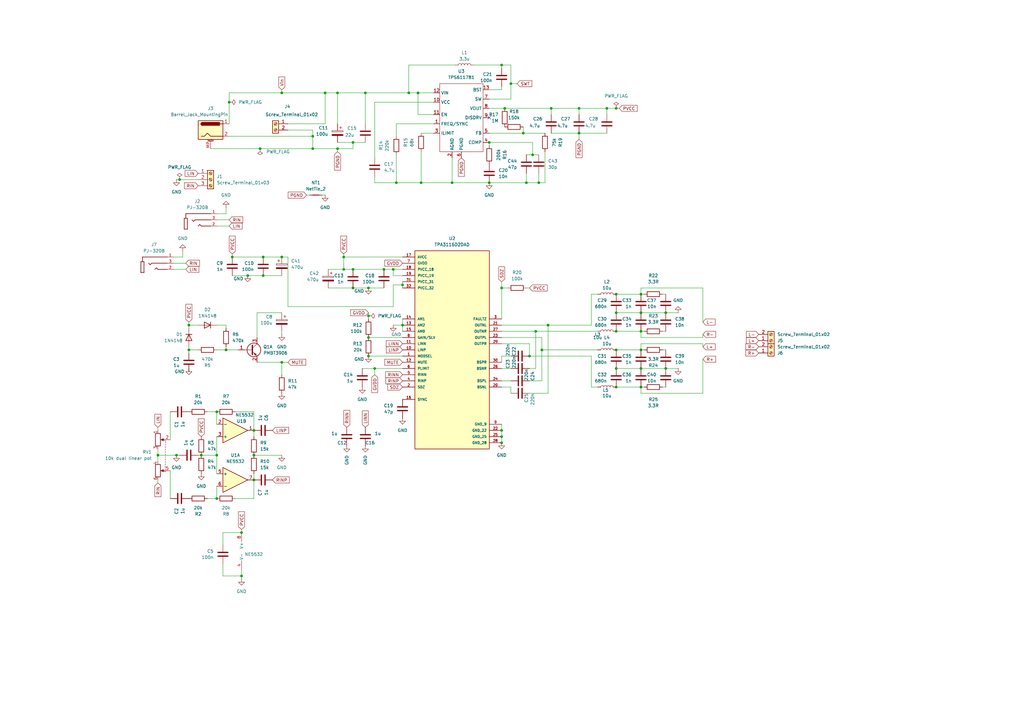
<source format=kicad_sch>
(kicad_sch (version 20250114) (generator "eeschema") (generator_version "9.0")
  (paper "A3")
  (junction (at 224.79 133.35))
  (junction (at 115.57 148.59))
  (junction (at 217.17 146.05))
  (junction (at 205.74 26.67))
  (junction (at 128.27 60.96))
  (junction (at 151.13 129.54))
  (junction (at 222.25 143.51))
  (junction (at 273.05 128.27))
  (junction (at 157.48 110.49))
  (junction (at 214.63 54.61))
  (junction (at 151.13 118.11))
  (junction (at 252.73 135.89))
  (junction (at 220.98 74.93))
  (junction (at 237.49 54.61))
  (junction (at 104.14 196.85))
  (junction (at 165.1 133.35))
  (junction (at 262.89 128.27))
  (junction (at 205.74 118.11))
  (junction (at 144.78 118.11))
  (junction (at 262.89 151.13))
  (junction (at 104.14 176.53))
  (junction (at 226.06 44.45))
  (junction (at 92.71 143.51))
  (junction (at 99.06 218.44))
  (junction (at 200.66 58.42))
  (junction (at 138.43 38.1))
  (junction (at 205.74 181.61))
  (junction (at 218.44 63.5))
  (junction (at 107.95 113.03))
  (junction (at 82.55 186.69))
  (junction (at 104.14 186.69))
  (junction (at 140.97 105.41))
  (junction (at 88.9 186.69))
  (junction (at 262.89 135.89))
  (junction (at 161.29 110.49))
  (junction (at 252.73 158.75))
  (junction (at 77.47 133.35))
  (junction (at 185.42 74.93))
  (junction (at 115.57 38.1))
  (junction (at 140.97 110.49))
  (junction (at 248.92 44.45))
  (junction (at 252.73 44.45))
  (junction (at 215.9 74.93))
  (junction (at 128.27 55.88))
  (junction (at 77.47 143.51))
  (junction (at 138.43 60.96))
  (junction (at 88.9 204.47))
  (junction (at 88.9 168.91))
  (junction (at 64.77 186.69))
  (junction (at 205.74 176.53))
  (junction (at 252.73 120.65))
  (junction (at 200.66 74.93))
  (junction (at 262.89 158.75))
  (junction (at 165.1 116.84))
  (junction (at 149.86 38.1))
  (junction (at 237.49 44.45))
  (junction (at 252.73 151.13))
  (junction (at 73.66 73.66))
  (junction (at 219.71 135.89))
  (junction (at 252.73 143.51))
  (junction (at 133.35 38.1))
  (junction (at 93.98 41.91))
  (junction (at 99.06 236.22))
  (junction (at 107.95 105.41))
  (junction (at 151.13 138.43))
  (junction (at 115.57 105.41))
  (junction (at 162.56 74.93))
  (junction (at 101.6 113.03))
  (junction (at 144.78 58.42))
  (junction (at 252.73 128.27))
  (junction (at 209.55 34.29))
  (junction (at 151.13 146.05))
  (junction (at 262.89 143.51))
  (junction (at 95.25 105.41))
  (junction (at 262.89 120.65))
  (junction (at 72.39 186.69))
  (junction (at 207.01 44.45))
  (junction (at 172.72 74.93))
  (junction (at 144.78 110.49))
  (junction (at 106.68 60.96))
  (junction (at 205.74 179.07))
  (junction (at 171.45 38.1))
  (junction (at 273.05 151.13))
  (junction (at 153.67 151.13))
  (junction (at 167.64 38.1))
  (no_connect (at 200.66 48.26))
  (wire (pts (xy 205.74 158.75) (xy 209.55 158.75)))
  (wire (pts (xy 88.9 90.17) (xy 93.98 90.17)))
  (wire (pts (xy 140.97 110.49) (xy 144.78 110.49)))
  (wire (pts (xy 167.64 26.67) (xy 186.69 26.67)))
  (wire (pts (xy 218.44 63.5) (xy 218.44 58.42)))
  (wire (pts (xy 106.68 60.96) (xy 128.27 60.96)))
  (wire (pts (xy 133.35 38.1) (xy 138.43 38.1)))
  (wire (pts (xy 71.12 110.49) (xy 76.2 110.49)))
  (wire (pts (xy 93.98 55.88) (xy 128.27 55.88)))
  (wire (pts (xy 172.72 74.93) (xy 185.42 74.93)))
  (wire (pts (xy 288.29 132.08) (xy 288.29 118.11)))
  (wire (pts (xy 288.29 137.16) (xy 288.29 138.43)))
  (wire (pts (xy 115.57 38.1) (xy 133.35 38.1)))
  (wire (pts (xy 153.67 151.13) (xy 165.1 151.13)))
  (wire (pts (xy 205.74 135.89) (xy 219.71 135.89)))
  (wire (pts (xy 148.59 151.13) (xy 153.67 151.13)))
  (wire (pts (xy 64.77 198.12) (xy 64.77 196.85)))
  (wire (pts (xy 205.74 151.13) (xy 209.55 151.13)))
  (wire (pts (xy 217.17 118.11) (xy 215.9 118.11)))
  (wire (pts (xy 177.8 50.8) (xy 162.56 50.8)))
  (wire (pts (xy 209.55 40.64) (xy 200.66 40.64)))
  (wire (pts (xy 205.74 148.59) (xy 205.74 146.05)))
  (wire (pts (xy 73.66 73.66) (xy 81.28 73.66)))
  (wire (pts (xy 115.57 148.59) (xy 115.57 153.67)))
  (wire (pts (xy 71.12 107.95) (xy 76.2 107.95)))
  (wire (pts (xy 200.66 74.93) (xy 215.9 74.93)))
  (wire (pts (xy 288.29 147.32) (xy 288.29 161.29)))
  (wire (pts (xy 64.77 186.69) (xy 72.39 186.69)))
  (wire (pts (xy 93.98 38.1) (xy 115.57 38.1)))
  (wire (pts (xy 264.16 143.51) (xy 262.89 143.51)))
  (wire (pts (xy 132.08 80.01) (xy 133.35 80.01)))
  (wire (pts (xy 252.73 158.75) (xy 262.89 158.75)))
  (wire (pts (xy 128.27 55.88) (xy 128.27 60.96)))
  (wire (pts (xy 115.57 36.83) (xy 115.57 38.1)))
  (wire (pts (xy 205.74 118.11) (xy 205.74 130.81)))
  (wire (pts (xy 140.97 105.41) (xy 140.97 110.49)))
  (wire (pts (xy 71.12 105.41) (xy 74.93 105.41)))
  (wire (pts (xy 220.98 71.12) (xy 220.98 74.93)))
  (wire (pts (xy 252.73 151.13) (xy 262.89 151.13)))
  (wire (pts (xy 107.95 105.41) (xy 115.57 105.41)))
  (wire (pts (xy 205.74 26.67) (xy 205.74 27.94)))
  (wire (pts (xy 151.13 129.54) (xy 151.13 130.81)))
  (wire (pts (xy 77.47 133.35) (xy 81.28 133.35)))
  (wire (pts (xy 77.47 143.51) (xy 81.28 143.51)))
  (wire (pts (xy 217.17 140.97) (xy 217.17 146.05)))
  (wire (pts (xy 95.25 105.41) (xy 107.95 105.41)))
  (wire (pts (xy 85.09 204.47) (xy 88.9 204.47)))
  (wire (pts (xy 248.92 44.45) (xy 248.92 46.99)))
  (wire (pts (xy 151.13 146.05) (xy 165.1 146.05)))
  (wire (pts (xy 172.72 54.61) (xy 177.8 54.61)))
  (wire (pts (xy 194.31 26.67) (xy 205.74 26.67)))
  (wire (pts (xy 153.67 72.39) (xy 153.67 74.93)))
  (wire (pts (xy 177.8 41.91) (xy 153.67 41.91)))
  (wire (pts (xy 81.28 186.69) (xy 82.55 186.69)))
  (wire (pts (xy 104.14 176.53) (xy 104.14 179.07)))
  (wire (pts (xy 242.57 158.75) (xy 245.11 158.75)))
  (wire (pts (xy 273.05 158.75) (xy 271.78 158.75)))
  (wire (pts (xy 153.67 74.93) (xy 162.56 74.93)))
  (wire (pts (xy 149.86 38.1) (xy 149.86 50.8)))
  (wire (pts (xy 151.13 118.11) (xy 157.48 118.11)))
  (wire (pts (xy 96.52 168.91) (xy 104.14 168.91)))
  (wire (pts (xy 252.73 143.51) (xy 262.89 143.51)))
  (wire (pts (xy 223.52 62.23) (xy 223.52 74.93)))
  (wire (pts (xy 161.29 110.49) (xy 165.1 110.49)))
  (wire (pts (xy 88.9 92.71) (xy 93.98 92.71)))
  (wire (pts (xy 262.89 161.29) (xy 262.89 158.75)))
  (wire (pts (xy 93.98 50.8) (xy 93.98 41.91)))
  (wire (pts (xy 215.9 63.5) (xy 218.44 63.5)))
  (wire (pts (xy 205.74 146.05) (xy 209.55 146.05)))
  (wire (pts (xy 165.1 133.35) (xy 165.1 135.89)))
  (wire (pts (xy 95.25 104.14) (xy 95.25 105.41)))
  (wire (pts (xy 64.77 175.26) (xy 64.77 176.53)))
  (wire (pts (xy 222.25 138.43) (xy 222.25 143.51)))
  (wire (pts (xy 138.43 38.1) (xy 149.86 38.1)))
  (wire (pts (xy 99.06 233.68) (xy 99.06 236.22)))
  (wire (pts (xy 273.05 151.13) (xy 278.13 151.13)))
  (wire (pts (xy 223.52 54.61) (xy 214.63 54.61)))
  (wire (pts (xy 226.06 44.45) (xy 226.06 46.99)))
  (wire (pts (xy 88.9 168.91) (xy 88.9 173.99)))
  (wire (pts (xy 200.66 58.42) (xy 200.66 59.69)))
  (wire (pts (xy 217.17 151.13) (xy 219.71 151.13)))
  (wire (pts (xy 161.29 110.49) (xy 161.29 113.03)))
  (wire (pts (xy 104.14 168.91) (xy 104.14 176.53)))
  (wire (pts (xy 262.89 128.27) (xy 273.05 128.27)))
  (wire (pts (xy 138.43 58.42) (xy 144.78 58.42)))
  (wire (pts (xy 226.06 54.61) (xy 237.49 54.61)))
  (wire (pts (xy 69.85 168.91) (xy 69.85 180.34)))
  (wire (pts (xy 223.52 74.93) (xy 220.98 74.93)))
  (wire (pts (xy 205.74 173.99) (xy 205.74 176.53)))
  (wire (pts (xy 252.73 135.89) (xy 262.89 135.89)))
  (wire (pts (xy 157.48 110.49) (xy 161.29 110.49)))
  (wire (pts (xy 92.71 134.62) (xy 92.71 133.35)))
  (wire (pts (xy 88.9 199.39) (xy 88.9 204.47)))
  (wire (pts (xy 92.71 143.51) (xy 97.79 143.51)))
  (wire (pts (xy 161.29 116.84) (xy 165.1 116.84)))
  (wire (pts (xy 96.52 204.47) (xy 104.14 204.47)))
  (wire (pts (xy 91.44 236.22) (xy 99.06 236.22)))
  (wire (pts (xy 72.39 186.69) (xy 73.66 186.69)))
  (wire (pts (xy 205.74 36.83) (xy 205.74 35.56)))
  (wire (pts (xy 144.78 58.42) (xy 144.78 60.96)))
  (wire (pts (xy 273.05 135.89) (xy 271.78 135.89)))
  (wire (pts (xy 82.55 186.69) (xy 88.9 186.69)))
  (wire (pts (xy 77.47 144.78) (xy 77.47 143.51)))
  (wire (pts (xy 205.74 26.67) (xy 209.55 26.67)))
  (wire (pts (xy 151.13 128.27) (xy 151.13 129.54)))
  (wire (pts (xy 207.01 44.45) (xy 226.06 44.45)))
  (wire (pts (xy 144.78 110.49) (xy 157.48 110.49)))
  (wire (pts (xy 115.57 105.41) (xy 118.11 105.41)))
  (wire (pts (xy 205.74 118.11) (xy 208.28 118.11)))
  (wire (pts (xy 264.16 120.65) (xy 262.89 120.65)))
  (wire (pts (xy 214.63 52.07) (xy 214.63 54.61)))
  (wire (pts (xy 118.11 125.73) (xy 161.29 125.73)))
  (wire (pts (xy 185.42 64.77) (xy 185.42 74.93)))
  (wire (pts (xy 165.1 116.84) (xy 165.1 118.11)))
  (wire (pts (xy 101.6 113.03) (xy 107.95 113.03)))
  (wire (pts (xy 200.66 44.45) (xy 207.01 44.45)))
  (wire (pts (xy 91.44 231.14) (xy 91.44 236.22)))
  (wire (pts (xy 248.92 44.45) (xy 252.73 44.45)))
  (wire (pts (xy 140.97 105.41) (xy 165.1 105.41)))
  (wire (pts (xy 115.57 186.69) (xy 104.14 186.69)))
  (wire (pts (xy 273.05 143.51) (xy 271.78 143.51)))
  (wire (pts (xy 212.09 34.29) (xy 209.55 34.29)))
  (wire (pts (xy 153.67 41.91) (xy 153.67 64.77)))
  (wire (pts (xy 72.39 73.66) (xy 73.66 73.66)))
  (wire (pts (xy 88.9 87.63) (xy 92.71 87.63)))
  (wire (pts (xy 115.57 128.27) (xy 105.41 128.27)))
  (wire (pts (xy 118.11 105.41) (xy 118.11 125.73)))
  (wire (pts (xy 171.45 46.99) (xy 171.45 38.1)))
  (wire (pts (xy 209.55 34.29) (xy 209.55 40.64)))
  (wire (pts (xy 167.64 38.1) (xy 171.45 38.1)))
  (wire (pts (xy 288.29 138.43) (xy 262.89 138.43)))
  (wire (pts (xy 273.05 128.27) (xy 278.13 128.27)))
  (wire (pts (xy 77.47 152.4) (xy 77.47 151.13)))
  (wire (pts (xy 105.41 148.59) (xy 115.57 148.59)))
  (wire (pts (xy 273.05 120.65) (xy 271.78 120.65)))
  (wire (pts (xy 209.55 158.75) (xy 209.55 161.29)))
  (wire (pts (xy 226.06 44.45) (xy 237.49 44.45)))
  (wire (pts (xy 237.49 44.45) (xy 248.92 44.45)))
  (wire (pts (xy 105.41 128.27) (xy 105.41 138.43)))
  (wire (pts (xy 144.78 58.42) (xy 149.86 58.42)))
  (wire (pts (xy 205.74 138.43) (xy 222.25 138.43)))
  (wire (pts (xy 167.64 38.1) (xy 167.64 26.67)))
  (wire (pts (xy 200.66 36.83) (xy 205.74 36.83)))
  (wire (pts (xy 288.29 142.24) (xy 288.29 140.97)))
  (wire (pts (xy 242.57 146.05) (xy 242.57 158.75)))
  (wire (pts (xy 88.9 179.07) (xy 88.9 186.69)))
  (wire (pts (xy 162.56 63.5) (xy 162.56 74.93)))
  (wire (pts (xy 215.9 71.12) (xy 215.9 74.93)))
  (wire (pts (xy 118.11 50.8) (xy 133.35 50.8)))
  (wire (pts (xy 128.27 60.96) (xy 138.43 60.96)))
  (wire (pts (xy 118.11 53.34) (xy 128.27 53.34)))
  (wire (pts (xy 264.16 135.89) (xy 262.89 135.89)))
  (wire (pts (xy 64.77 184.15) (xy 64.77 186.69)))
  (wire (pts (xy 218.44 58.42) (xy 200.66 58.42)))
  (wire (pts (xy 77.47 142.24) (xy 77.47 143.51)))
  (wire (pts (xy 134.62 110.49) (xy 140.97 110.49)))
  (wire (pts (xy 138.43 38.1) (xy 138.43 50.8)))
  (wire (pts (xy 172.72 62.23) (xy 172.72 74.93)))
  (wire (pts (xy 69.85 204.47) (xy 69.85 193.04)))
  (wire (pts (xy 149.86 38.1) (xy 167.64 38.1)))
  (wire (pts (xy 144.78 118.11) (xy 151.13 118.11)))
  (wire (pts (xy 64.77 186.69) (xy 64.77 189.23)))
  (wire (pts (xy 237.49 54.61) (xy 248.92 54.61)))
  (wire (pts (xy 128.27 53.34) (xy 128.27 55.88)))
  (wire (pts (xy 161.29 133.35) (xy 165.1 133.35)))
  (wire (pts (xy 85.09 168.91) (xy 88.9 168.91)))
  (wire (pts (xy 91.44 223.52) (xy 91.44 218.44)))
  (wire (pts (xy 171.45 38.1) (xy 177.8 38.1)))
  (wire (pts (xy 264.16 158.75) (xy 262.89 158.75)))
  (wire (pts (xy 88.9 186.69) (xy 88.9 194.31)))
  (wire (pts (xy 217.17 156.21) (xy 222.25 156.21)))
  (wire (pts (xy 218.44 63.5) (xy 220.98 63.5)))
  (wire (pts (xy 205.74 133.35) (xy 224.79 133.35)))
  (wire (pts (xy 262.89 140.97) (xy 262.89 143.51)))
  (wire (pts (xy 209.55 26.67) (xy 209.55 34.29)))
  (wire (pts (xy 140.97 104.14) (xy 140.97 105.41)))
  (wire (pts (xy 215.9 74.93) (xy 220.98 74.93)))
  (wire (pts (xy 224.79 133.35) (xy 242.57 133.35)))
  (wire (pts (xy 99.06 236.22) (xy 99.06 237.49)))
  (wire (pts (xy 262.89 138.43) (xy 262.89 135.89)))
  (wire (pts (xy 77.47 132.08) (xy 77.47 133.35)))
  (wire (pts (xy 222.25 143.51) (xy 245.11 143.51)))
  (wire (pts (xy 151.13 138.43) (xy 165.1 138.43)))
  (wire (pts (xy 205.74 140.97) (xy 217.17 140.97)))
  (wire (pts (xy 205.74 115.57) (xy 205.74 118.11)))
  (wire (pts (xy 200.66 54.61) (xy 214.63 54.61)))
  (wire (pts (xy 217.17 146.05) (xy 242.57 146.05)))
  (wire (pts (xy 138.43 60.96) (xy 138.43 62.23)))
  (wire (pts (xy 153.67 153.67) (xy 153.67 151.13)))
  (wire (pts (xy 288.29 118.11) (xy 262.89 118.11)))
  (wire (pts (xy 205.74 179.07) (xy 205.74 181.61)))
  (wire (pts (xy 262.89 118.11) (xy 262.89 120.65)))
  (wire (pts (xy 237.49 44.45) (xy 237.49 46.99)))
  (wire (pts (xy 162.56 74.93) (xy 172.72 74.93)))
  (wire (pts (xy 104.14 194.31) (xy 104.14 196.85)))
  (wire (pts (xy 104.14 196.85) (xy 104.14 204.47)))
  (wire (pts (xy 219.71 135.89) (xy 219.71 151.13)))
  (wire (pts (xy 86.36 60.96) (xy 106.68 60.96)))
  (wire (pts (xy 162.56 50.8) (xy 162.56 55.88)))
  (wire (pts (xy 222.25 143.51) (xy 222.25 156.21)))
  (wire (pts (xy 252.73 128.27) (xy 262.89 128.27)))
  (wire (pts (xy 91.44 218.44) (xy 99.06 218.44)))
  (wire (pts (xy 217.17 161.29) (xy 224.79 161.29)))
  (wire (pts (xy 115.57 135.89) (xy 115.57 137.16)))
  (wire (pts (xy 224.79 133.35) (xy 224.79 161.29)))
  (wire (pts (xy 205.74 156.21) (xy 209.55 156.21)))
  (wire (pts (xy 205.74 176.53) (xy 205.74 179.07)))
  (wire (pts (xy 133.35 38.1) (xy 133.35 50.8)))
  (wire (pts (xy 161.29 125.73) (xy 161.29 116.84)))
  (wire (pts (xy 92.71 142.24) (xy 92.71 143.51)))
  (wire (pts (xy 185.42 74.93) (xy 200.66 74.93)))
  (wire (pts (xy 252.73 120.65) (xy 262.89 120.65)))
  (wire (pts (xy 134.62 118.11) (xy 144.78 118.11)))
  (wire (pts (xy 288.29 140.97) (xy 262.89 140.97)))
  (wire (pts (xy 252.73 44.45) (xy 254 44.45)))
  (wire (pts (xy 92.71 85.09) (xy 92.71 87.63)))
  (wire (pts (xy 77.47 133.35) (xy 77.47 134.62)))
  (wire (pts (xy 115.57 148.59) (xy 118.11 148.59)))
  (wire (pts (xy 93.98 41.91) (xy 93.98 38.1)))
  (wire (pts (xy 288.29 161.29) (xy 262.89 161.29)))
  (wire (pts (xy 177.8 46.99) (xy 171.45 46.99)))
  (wire (pts (xy 161.29 113.03) (xy 165.1 113.03)))
  (wire (pts (xy 165.1 115.57) (xy 165.1 116.84)))
  (wire (pts (xy 262.89 151.13) (xy 273.05 151.13)))
  (wire (pts (xy 165.1 130.81) (xy 165.1 133.35)))
  (wire (pts (xy 99.06 217.17) (xy 99.06 218.44)))
  (wire (pts (xy 242.57 133.35) (xy 242.57 120.65)))
  (wire (pts (xy 88.9 143.51) (xy 92.71 143.51)))
  (wire (pts (xy 219.71 135.89) (xy 245.11 135.89)))
  (wire (pts (xy 95.25 113.03) (xy 101.6 113.03)))
  (wire (pts (xy 242.57 120.65) (xy 245.11 120.65)))
  (wire (pts (xy 107.95 113.03) (xy 115.57 113.03)))
  (wire (pts (xy 125.73 80.01) (xy 127 80.01)))
  (wire (pts (xy 237.49 57.15) (xy 237.49 54.61)))
  (wire (pts (xy 138.43 60.96) (xy 144.78 60.96)))
  (wire (pts (xy 88.9 133.35) (xy 92.71 133.35)))
  (wire (pts (xy 74.93 102.87) (xy 74.93 105.41)))
  (global_label "SDZ" (shape input) (at 165.1 158.75 180) (property "Intersheetrefs" "${INTERSHEET_REFS}" (effects (hide yes))))
  (global_label "PVCC" (shape input) (at 254 44.45 0) (property "Intersheetrefs" "${INTERSHEET_REFS}" (effects (hide yes))))
  (global_label "PVCC" (shape input) (at 95.25 104.14 90) (property "Intersheetrefs" "${INTERSHEET_REFS}" (effects (hide yes))))
  (global_label "RINN" (shape input) (at 165.1 153.67 180) (property "Intersheetrefs" "${INTERSHEET_REFS}" (effects (hide yes))))
  (global_label "LIN" (shape input) (at 81.28 71.12 180) (property "Intersheetrefs" "${INTERSHEET_REFS}" (effects (hide yes))))
  (global_label "SWT" (shape input) (at 212.09 34.29 0) (property "Intersheetrefs" "${INTERSHEET_REFS}" (effects (hide yes))))
  (global_label "GVDD" (shape input) (at 153.67 153.67 270) (property "Intersheetrefs" "${INTERSHEET_REFS}" (effects (hide yes))))
  (global_label "RINP" (shape input) (at 111.76 196.85 0) (property "Intersheetrefs" "${INTERSHEET_REFS}" (effects (hide yes))))
  (global_label "PVCC" (shape input) (at 217.17 118.11 0) (property "Intersheetrefs" "${INTERSHEET_REFS}" (effects (hide yes))))
  (global_label "LINN" (shape input) (at 149.86 175.26 90) (property "Intersheetrefs" "${INTERSHEET_REFS}" (effects (hide yes))))
  (global_label "LINP" (shape input) (at 111.76 176.53 0) (property "Intersheetrefs" "${INTERSHEET_REFS}" (effects (hide yes))))
  (global_label "R+" (shape input) (at 288.29 147.32 0) (property "Intersheetrefs" "${INTERSHEET_REFS}" (effects (hide yes))))
  (global_label "RIN" (shape input) (at 81.28 76.2 180) (property "Intersheetrefs" "${INTERSHEET_REFS}" (effects (hide yes))))
  (global_label "PVCC" (shape input) (at 140.97 104.14 90) (property "Intersheetrefs" "${INTERSHEET_REFS}" (effects (hide yes))))
  (global_label "GVDD" (shape input) (at 151.13 128.27 180) (property "Intersheetrefs" "${INTERSHEET_REFS}" (effects (hide yes))))
  (global_label "RINN" (shape input) (at 142.24 175.26 90) (property "Intersheetrefs" "${INTERSHEET_REFS}" (effects (hide yes))))
  (global_label "LIN" (shape input) (at 64.77 175.26 90) (property "Intersheetrefs" "${INTERSHEET_REFS}" (effects (hide yes))))
  (global_label "RIN" (shape input) (at 64.77 198.12 270) (property "Intersheetrefs" "${INTERSHEET_REFS}" (effects (hide yes))))
  (global_label "L+" (shape input) (at 288.29 142.24 0) (property "Intersheetrefs" "${INTERSHEET_REFS}" (effects (hide yes))))
  (global_label "PGND" (shape input) (at 138.43 62.23 270) (property "Intersheetrefs" "${INTERSHEET_REFS}" (effects (hide yes))))
  (global_label "PGND" (shape input) (at 125.73 80.01 180) (property "Intersheetrefs" "${INTERSHEET_REFS}" (effects (hide yes))))
  (global_label "PGND" (shape input) (at 189.23 64.77 270) (property "Intersheetrefs" "${INTERSHEET_REFS}" (effects (hide yes))))
  (global_label "LINN" (shape input) (at 165.1 140.97 180) (property "Intersheetrefs" "${INTERSHEET_REFS}" (effects (hide yes))))
  (global_label "GVDD" (shape input) (at 165.1 107.95 180) (property "Intersheetrefs" "${INTERSHEET_REFS}" (effects (hide yes))))
  (global_label "R-" (shape input) (at 311.15 142.24 180) (property "Intersheetrefs" "${INTERSHEET_REFS}" (effects (hide yes))))
  (global_label "L-" (shape input) (at 311.15 137.16 180) (property "Intersheetrefs" "${INTERSHEET_REFS}" (effects (hide yes))))
  (global_label "PVCC" (shape input) (at 99.06 217.17 90) (property "Intersheetrefs" "${INTERSHEET_REFS}" (effects (hide yes))))
  (global_label "LINP" (shape input) (at 165.1 143.51 180) (property "Intersheetrefs" "${INTERSHEET_REFS}" (effects (hide yes))))
  (global_label "RIN" (shape input) (at 76.2 107.95 0) (property "Intersheetrefs" "${INTERSHEET_REFS}" (effects (hide yes))))
  (global_label "Vin" (shape input) (at 115.57 36.83 90) (property "Intersheetrefs" "${INTERSHEET_REFS}" (effects (hide yes))))
  (global_label "MUTE" (shape input) (at 165.1 148.59 180) (property "Intersheetrefs" "${INTERSHEET_REFS}" (effects (hide yes))))
  (global_label "RINP" (shape input) (at 165.1 156.21 180) (property "Intersheetrefs" "${INTERSHEET_REFS}" (effects (hide yes))))
  (global_label "PVCC" (shape input) (at 82.55 179.07 90) (property "Intersheetrefs" "${INTERSHEET_REFS}" (effects (hide yes))))
  (global_label "SDZ" (shape input) (at 205.74 115.57 90) (property "Intersheetrefs" "${INTERSHEET_REFS}" (effects (hide yes))))
  (global_label "LIN" (shape input) (at 76.2 110.49 0) (property "Intersheetrefs" "${INTERSHEET_REFS}" (effects (hide yes))))
  (global_label "PGND" (shape input) (at 237.49 57.15 270) (property "Intersheetrefs" "${INTERSHEET_REFS}" (effects (hide yes))))
  (global_label "L-" (shape input) (at 288.29 132.08 0) (property "Intersheetrefs" "${INTERSHEET_REFS}" (effects (hide yes))))
  (global_label "RIN" (shape input) (at 93.98 90.17 0) (property "Intersheetrefs" "${INTERSHEET_REFS}" (effects (hide yes))))
  (global_label "LIN" (shape input) (at 93.98 92.71 0) (property "Intersheetrefs" "${INTERSHEET_REFS}" (effects (hide yes))))
  (global_label "R+" (shape input) (at 311.15 144.78 180) (property "Intersheetrefs" "${INTERSHEET_REFS}" (effects (hide yes))))
  (global_label "MUTE" (shape input) (at 118.11 148.59 0) (property "Intersheetrefs" "${INTERSHEET_REFS}" (effects (hide yes))))
  (global_label "PVCC" (shape input) (at 77.47 132.08 90) (property "Intersheetrefs" "${INTERSHEET_REFS}" (effects (hide yes))))
  (global_label "L+" (shape input) (at 311.15 139.7 180) (property "Intersheetrefs" "${INTERSHEET_REFS}" (effects (hide yes))))
  (global_label "R-" (shape input) (at 288.29 137.16 0) (property "Intersheetrefs" "${INTERSHEET_REFS}" (effects (hide yes))))
  (symbol (lib_id "Device:C") (at 73.66 204.47 90) (mirror x) (unit 1)
    (property "Reference" "C2" (at 72.3899 208.28 0) (effects (justify left)))
    (property "Value" "1u" (at 74.9299 208.28 0) (effects (justify left)))
    (property "Footprint" "Capacitor_SMD:C_0805_2012Metric" (effects (hide yes)))
    (property "Description" "Unpolarized capacitor" (effects (hide yes)))
  )
  (symbol (lib_id "Device:R") (at 92.71 168.91 90) (unit 1)
    (property "Reference" "R7" (at 92.71 162.56 90))
    (property "Value" "20k" (at 92.71 165.1 90))
    (property "Footprint" "Resistor_SMD:R_0805_2012Metric" (effects (hide yes)))
    (property "Description" "Resistor" (effects (hide yes)))
  )
  (symbol (lib_id "Device:R") (at 81.28 168.91 90) (unit 1)
    (property "Reference" "R1" (at 81.28 162.56 90))
    (property "Value" "20k" (at 81.28 165.1 90))
    (property "Footprint" "Resistor_SMD:R_0805_2012Metric" (effects (hide yes)))
    (property "Description" "Resistor" (effects (hide yes)))
  )
  (symbol (lib_id "Device:L") (at 248.92 120.65 90) (unit 1)
    (property "Reference" "L2" (at 248.92 115.57 90))
    (property "Value" "10u" (at 248.92 118.11 90))
    (property "Footprint" "Inductor_SMD:L_KOHERelec_MDA7030" (effects (hide yes)))
    (property "Description" "Inductor" (effects (hide yes)))
  )
  (symbol (lib_id "Device:R_Potentiometer_Dual") (at 67.31 186.69 270) (unit 1)
    (property "Reference" "RV1" (at 62.23 185.4199 90) (effects (justify right)))
    (property "Value" "10k dual linear pot" (at 62.23 187.9599 90) (effects (justify right)))
    (property "Footprint" "Potentiometer_THT:Potentiometer_Alps_RK097_Dual_Horizontal" (effects (hide yes)))
    (property "Description" "Dual potentiometer" (effects (hide yes)))
  )
  (symbol (lib_id "power:GND") (at 115.57 186.69 0) (unit 1)
    (property "Reference" "#PWR09" (effects (hide yes)))
    (property "Value" "GND" (at 115.57 191.77 0))
    (property "Description" "Power symbol creates a global label with name \"GND\" , ground" (effects (hide yes)))
  )
  (symbol (lib_id "Device:R") (at 82.55 190.5 0) (unit 1)
    (property "Reference" "R4" (at 85.09 189.2299 0) (effects (justify left)))
    (property "Value" "47k" (at 85.09 191.7699 0) (effects (justify left)))
    (property "Footprint" "Resistor_SMD:R_0805_2012Metric" (effects (hide yes)))
    (property "Description" "Resistor" (effects (hide yes)))
  )
  (symbol (lib_id "power:GND") (at 200.66 74.93 0) (unit 1)
    (property "Reference" "#PWR019" (effects (hide yes)))
    (property "Value" "GND" (at 200.66 80.01 0))
    (property "Description" "Power symbol creates a global label with name \"GND\" , ground" (effects (hide yes)))
  )
  (symbol (lib_id "power:PWR_FLAG") (at 252.73 44.45 0) (unit 1)
    (property "Reference" "#FLG04" (effects (hide yes)))
    (property "Value" "PWR_FLAG" (at 252.73 39.37 0))
    (property "Description" "Special symbol for telling ERC where power comes from" (effects (hide yes)))
  )
  (symbol (lib_id "Device:L") (at 190.5 26.67 90) (unit 1)
    (property "Reference" "L1" (at 190.5 21.59 90))
    (property "Value" "3.3u" (at 190.5 24.13 90))
    (property "Footprint" "Inductor_SMD:L_Sunlord_MWSA1003S" (effects (hide yes)))
    (property "Description" "Inductor" (effects (hide yes)))
  )
  (symbol (lib_id "power:GND") (at 151.13 118.11 0) (unit 1)
    (property "Reference" "#PWR015" (effects (hide yes)))
    (property "Value" "GND" (at 147.32 119.38 0))
    (property "Description" "Power symbol creates a global label with name \"GND\" , ground" (effects (hide yes)))
  )
  (symbol (lib_id "power:GND") (at 77.47 151.13 0) (unit 1)
    (property "Reference" "#PWR03" (effects (hide yes)))
    (property "Value" "GND" (at 73.66 152.4 0))
    (property "Description" "Power symbol creates a global label with name \"GND\" , ground" (effects (hide yes)))
  )
  (symbol (lib_id "Device:C") (at 77.47 186.69 270) (mirror x) (unit 1)
    (property "Reference" "C4" (at 78.7401 182.88 0) (effects (justify left)))
    (property "Value" "1u" (at 76.2001 182.88 0) (effects (justify left)))
    (property "Footprint" "Capacitor_SMD:C_0805_2012Metric" (effects (hide yes)))
    (property "Description" "Unpolarized capacitor" (effects (hide yes)))
  )
  (symbol (lib_id "Device:C") (at 262.89 132.08 0) (unit 1)
    (property "Reference" "C34" (at 259.08 130.8099 0) (effects (justify right)))
    (property "Value" "1n" (at 259.08 133.3499 0) (effects (justify right)))
    (property "Footprint" "Capacitor_SMD:C_0805_2012Metric" (effects (hide yes)))
    (property "Description" "Unpolarized capacitor" (effects (hide yes)))
  )
  (symbol (lib_id "Device:R") (at 81.28 204.47 270) (mirror x) (unit 1)
    (property "Reference" "R2" (at 81.28 210.82 90))
    (property "Value" "20k" (at 81.28 208.28 90))
    (property "Footprint" "Resistor_SMD:R_0805_2012Metric" (effects (hide yes)))
    (property "Description" "Resistor" (effects (hide yes)))
  )
  (symbol (lib_id "power:GND") (at 99.06 237.49 0) (unit 1)
    (property "Reference" "#PWR06" (effects (hide yes)))
    (property "Value" "GND" (at 99.06 242.57 0))
    (property "Description" "Power symbol creates a global label with name \"GND\" , ground" (effects (hide yes)))
  )
  (symbol (lib_id "Device:R") (at 151.13 134.62 0) (mirror x) (unit 1)
    (property "Reference" "R12" (at 148.59 133.3499 0) (effects (justify right)))
    (property "Value" "100k" (at 148.59 135.8899 0) (effects (justify right)))
    (property "Footprint" "Resistor_SMD:R_0805_2012Metric" (effects (hide yes)))
    (property "Description" "Resistor" (effects (hide yes)))
  )
  (symbol (lib_id "Connector:Screw_Terminal_01x02") (at 113.03 50.8 0) (mirror y) (unit 1)
    (property "Reference" "J4" (at 117.856 43.688 0))
    (property "Value" "Screw_Terminal_01x02" (at 119.634 46.99 0))
    (property "Footprint" "TerminalBlock:TerminalBlock_bornier-2_P5.08mm" (effects (hide yes)))
    (property "Description" "Generic screw terminal, single row, 01x02, script generated (kicad-library-utils/schlib/autogen/connector/)" (effects (hide yes)))
  )
  (symbol (lib_id "Device:C") (at 220.98 67.31 0) (unit 1)
    (property "Reference" "C43" (at 224.79 66.0399 0) (effects (justify left)))
    (property "Value" "30p" (at 224.79 68.5799 0) (effects (justify left)))
    (property "Footprint" "Capacitor_SMD:C_0603_1608Metric" (effects (hide yes)))
    (property "Description" "Unpolarized capacitor" (effects (hide yes)))
  )
  (symbol (lib_id "Device:R") (at 82.55 182.88 0) (unit 1)
    (property "Reference" "R3" (at 85.09 181.6099 0) (effects (justify left)))
    (property "Value" "47k" (at 85.09 184.1499 0) (effects (justify left)))
    (property "Footprint" "Resistor_SMD:R_0805_2012Metric" (effects (hide yes)))
    (property "Description" "Resistor" (effects (hide yes)))
  )
  (symbol (lib_id "Device:C") (at 149.86 179.07 0) (mirror x) (unit 1)
    (property "Reference" "C16" (at 149.86 181.61 0) (effects (justify left)))
    (property "Value" "1u" (at 153.67 177.8001 0) (effects (justify left)))
    (property "Footprint" "Capacitor_SMD:C_0805_2012Metric" (effects (hide yes)))
    (property "Description" "Unpolarized capacitor" (effects (hide yes)))
  )
  (symbol (lib_id "power:GND") (at 151.13 146.05 0) (unit 1)
    (property "Reference" "#PWR016" (effects (hide yes)))
    (property "Value" "GND" (at 147.32 147.32 0))
    (property "Description" "Power symbol creates a global label with name \"GND\" , ground" (effects (hide yes)))
  )
  (symbol (lib_id "Device:R") (at 212.09 118.11 90) (unit 1)
    (property "Reference" "R20" (at 212.09 111.76 90))
    (property "Value" "100k" (at 212.09 114.3 90))
    (property "Footprint" "Resistor_SMD:R_0805_2012Metric" (effects (hide yes)))
    (property "Description" "Resistor" (effects (hide yes)))
  )
  (symbol (lib_id "PJ-320B:PJ-320B") (at 81.28 90.17 0) (unit 1)
    (property "Reference" "J2" (at 80.9625 82.55 0))
    (property "Value" "PJ-320B" (at 80.9625 85.09 0))
    (property "Footprint" "Connector_Audio:AUDIO_TH_PJ-3210-4A" (effects (hide yes)))
    (property "MF" "Luoyang Dishang electronics" (effects (hide yes)))
    (property "MAXIMUM_PACKAGE_HEIGHT" "5mm" (effects (hide yes)))
    (property "Package" "Package" (effects (hide yes)))
    (property "Price" "None" (effects (hide yes)))
    (property "Check_prices" "https://www.snapeda.com/parts/PJ-320B/Luoyang+Dishang+electronics/view-part/?ref=eda" (effects (hide yes)))
    (property "STANDARD" "Manufacturer Recommendation" (effects (hide yes)))
    (property "SnapEDA_Link" "https://www.snapeda.com/parts/PJ-320B/Luoyang+Dishang+electronics/view-part/?ref=snap" (effects (hide yes)))
    (property "MP" "PJ-320B" (effects (hide yes)))
    (property "Description_1" "Headphone jack" (effects (hide yes)))
    (property "Availability" "Not in stock" (effects (hide yes)))
    (property "MANUFACTURER" "Luoyang Dishang electronics" (effects (hide yes)))
  )
  (symbol (lib_id "Device:C") (at 144.78 114.3 0) (mirror y) (unit 1)
    (property "Reference" "C13" (at 140.97 113.0299 0) (effects (justify left)))
    (property "Value" "1n" (at 140.97 115.5699 0) (effects (justify left)))
    (property "Footprint" "Capacitor_SMD:C_0805_2012Metric" (effects (hide yes)))
    (property "Description" "Unpolarized capacitor" (effects (hide yes)))
  )
  (symbol (lib_id "Device:C") (at 157.48 114.3 0) (mirror y) (unit 1)
    (property "Reference" "C18" (at 153.67 113.0299 0) (effects (justify left)))
    (property "Value" "100n" (at 153.67 115.5699 0) (effects (justify left)))
    (property "Footprint" "Capacitor_SMD:C_0805_2012Metric" (effects (hide yes)))
    (property "Description" "Unpolarized capacitor" (effects (hide yes)))
  )
  (symbol (lib_id "Device:C") (at 215.9 67.31 0) (mirror y) (unit 1)
    (property "Reference" "C44" (at 212.09 66.0399 0) (effects (justify left)))
    (property "Value" "47p" (at 212.09 68.5799 0) (effects (justify left)))
    (property "Footprint" "Capacitor_SMD:C_0603_1608Metric" (effects (hide yes)))
    (property "Description" "Unpolarized capacitor" (effects (hide yes)))
  )
  (symbol (lib_id "Device:C_Polarized") (at 115.57 109.22 0) (unit 1)
    (property "Reference" "C41" (at 119.38 107.0609 0) (effects (justify left)))
    (property "Value" "470u" (at 119.38 109.6009 0) (effects (justify left)))
    (property "Footprint" "Capacitor_THT:CP_Radial_D10.0mm_P5.00mm" (effects (hide yes)))
    (property "Description" "Polarized capacitor" (effects (hide yes)))
  )
  (symbol (lib_id "power:GND") (at 205.74 181.61 0) (unit 1)
    (property "Reference" "#PWR020" (effects (hide yes)))
    (property "Value" "GND" (at 205.74 186.69 0))
    (property "Description" "Power symbol creates a global label with name \"GND\" , ground" (effects (hide yes)))
  )
  (symbol (lib_id "power:GND") (at 74.93 102.87 180) (unit 1)
    (property "Reference" "#PWR023" (effects (hide yes)))
    (property "Value" "GND" (at 74.93 97.79 0))
    (property "Description" "Power symbol creates a global label with name \"GND\" , ground" (effects (hide yes)))
  )
  (symbol (lib_id "Device:C") (at 200.66 71.12 0) (unit 1)
    (property "Reference" "C20" (at 204.47 69.8499 0) (effects (justify left)))
    (property "Value" "10n" (at 204.47 72.3899 0) (effects (justify left)))
    (property "Footprint" "Capacitor_SMD:C_0603_1608Metric" (effects (hide yes)))
    (property "Description" "Unpolarized capacitor" (effects (hide yes)))
  )
  (symbol (lib_id "Device:R") (at 85.09 143.51 270) (mirror x) (unit 1)
    (property "Reference" "R5" (at 85.09 149.86 90))
    (property "Value" "470k" (at 85.09 147.32 90))
    (property "Footprint" "Resistor_SMD:R_0805_2012Metric" (effects (hide yes)))
    (property "Description" "Resistor" (effects (hide yes)))
  )
  (symbol (lib_id "Device:C") (at 95.25 109.22 0) (mirror y) (unit 1)
    (property "Reference" "C9" (at 91.44 107.9499 0) (effects (justify left)))
    (property "Value" "1n" (at 91.44 110.4899 0) (effects (justify left)))
    (property "Footprint" "Capacitor_SMD:C_0805_2012Metric" (effects (hide yes)))
    (property "Description" "Unpolarized capacitor" (effects (hide yes)))
  )
  (symbol (lib_id "Device:C") (at 252.73 147.32 0) (unit 1)
    (property "Reference" "C31" (at 248.92 146.0499 0) (effects (justify right)))
    (property "Value" "680n" (at 248.92 148.5899 0) (effects (justify right)))
    (property "Footprint" "Capacitor_THT:C_Rect_L7.0mm_W3.5mm_P5.00mm" (effects (hide yes)))
    (property "Description" "Unpolarized capacitor" (effects (hide yes)))
  )
  (symbol (lib_id "power:GND") (at 133.35 80.01 0) (unit 1)
    (property "Reference" "#PWR011" (effects (hide yes)))
    (property "Value" "GND" (at 133.35 85.09 0))
    (property "Description" "Power symbol creates a global label with name \"GND\" , ground" (effects (hide yes)))
  )
  (symbol (lib_id "Device:R") (at 104.14 190.5 0) (unit 1)
    (property "Reference" "R10" (at 106.68 189.2299 0) (effects (justify left)))
    (property "Value" "15k" (at 106.68 191.7699 0) (effects (justify left)))
    (property "Footprint" "Resistor_SMD:R_0805_2012Metric" (effects (hide yes)))
    (property "Description" "Resistor" (effects (hide yes)))
  )
  (symbol (lib_id "Device:L") (at 248.92 135.89 90) (unit 1)
    (property "Reference" "L3" (at 245.11 137.16 90))
    (property "Value" "10u" (at 245.11 138.43 90))
    (property "Footprint" "Inductor_SMD:L_KOHERelec_MDA7030" (effects (hide yes)))
    (property "Description" "Inductor" (effects (hide yes)))
  )
  (symbol (lib_id "Connector:Screw_Terminal_01x02") (at 316.23 144.78 0) (mirror x) (unit 1)
    (property "Reference" "J6" (at 318.77 144.7801 0) (effects (justify left)))
    (property "Value" "Screw_Terminal_01x02" (at 318.77 142.2401 0) (effects (justify left)))
    (property "Footprint" "TerminalBlock:TerminalBlock_bornier-2_P5.08mm" (effects (hide yes)))
    (property "Description" "Generic screw terminal, single row, 01x02, script generated (kicad-library-utils/schlib/autogen/connector/)" (effects (hide yes)))
  )
  (symbol (lib_id "Device:C") (at 273.05 124.46 0) (unit 1)
    (property "Reference" "C37" (at 269.24 123.1899 0) (effects (justify right)))
    (property "Value" "10n" (at 269.24 125.7299 0) (effects (justify right)))
    (property "Footprint" "Capacitor_SMD:C_0805_2012Metric" (effects (hide yes)))
    (property "Description" "Unpolarized capacitor" (effects (hide yes)))
  )
  (symbol (lib_id "Device:R") (at 267.97 143.51 90) (unit 1)
    (property "Reference" "R24" (at 267.97 149.86 90))
    (property "Value" "3.3R" (at 267.97 147.32 90))
    (property "Footprint" "Resistor_SMD:R_0805_2012Metric" (effects (hide yes)))
    (property "Description" "Resistor" (effects (hide yes)))
  )
  (symbol (lib_id "Device:R") (at 92.71 204.47 90) (mirror x) (unit 1)
    (property "Reference" "R8" (at 92.71 210.82 90))
    (property "Value" "20k" (at 92.71 208.28 90))
    (property "Footprint" "Resistor_SMD:R_0805_2012Metric" (effects (hide yes)))
    (property "Description" "Resistor" (effects (hide yes)))
  )
  (symbol (lib_id "Device:C") (at 226.06 50.8 0) (mirror y) (unit 1)
    (property "Reference" "C26" (at 222.504 48.768 0) (effects (justify left)))
    (property "Value" "4.7u" (at 221.488 51.562 0) (effects (justify left)))
    (property "Footprint" "Capacitor_SMD:C_0805_2012Metric" (effects (hide yes)))
    (property "Description" "Unpolarized capacitor" (effects (hide yes)))
  )
  (symbol (lib_id "power:GND") (at 72.39 73.66 0) (unit 1)
    (property "Reference" "#PWR01" (effects (hide yes)))
    (property "Value" "GND" (at 72.39 78.74 0))
    (property "Description" "Power symbol creates a global label with name \"GND\" , ground" (effects (hide yes)))
  )
  (symbol (lib_id "Device:C") (at 107.95 196.85 90) (mirror x) (unit 1)
    (property "Reference" "C7" (at 106.6799 200.66 0) (effects (justify left)))
    (property "Value" "1u" (at 109.2199 200.66 0) (effects (justify left)))
    (property "Footprint" "Capacitor_SMD:C_0805_2012Metric" (effects (hide yes)))
    (property "Description" "Unpolarized capacitor" (effects (hide yes)))
  )
  (symbol (lib_id "power:GND") (at 101.6 113.03 0) (unit 1)
    (property "Reference" "#PWR010" (effects (hide yes)))
    (property "Value" "GND" (at 97.79 114.3 0))
    (property "Description" "Power symbol creates a global label with name \"GND\" , ground" (effects (hide yes)))
  )
  (symbol (lib_id "Device:C_Polarized") (at 138.43 54.61 0) (mirror y) (unit 1)
    (property "Reference" "C11" (at 134.62 52.4509 0) (effects (justify left)))
    (property "Value" "100u" (at 134.62 54.9909 0) (effects (justify left)))
    (property "Footprint" "Capacitor_THT:CP_Radial_D6.3mm_P2.50mm" (effects (hide yes)))
    (property "Description" "Polarized capacitor" (effects (hide yes)))
  )
  (symbol (lib_id "Device:C") (at 91.44 227.33 0) (mirror y) (unit 1)
    (property "Reference" "C5" (at 87.63 226.0599 0) (effects (justify left)))
    (property "Value" "100n" (at 87.63 228.5999 0) (effects (justify left)))
    (property "Footprint" "Capacitor_SMD:C_0805_2012Metric" (effects (hide yes)))
    (property "Description" "Unpolarized capacitor" (effects (hide yes)))
  )
  (symbol (lib_id "Device:R") (at 223.52 58.42 0) (mirror y) (unit 1)
    (property "Reference" "R19" (at 229.87 58.42 90))
    (property "Value" "75k" (at 227.33 58.42 90))
    (property "Footprint" "Resistor_SMD:R_0603_1608Metric" (effects (hide yes)))
    (property "Description" "Resistor" (effects (hide yes)))
  )
  (symbol (lib_id "Device:L") (at 248.92 143.51 270) (mirror x) (unit 1)
    (property "Reference" "L4" (at 248.92 138.43 90))
    (property "Value" "10u" (at 248.92 140.97 90))
    (property "Footprint" "Inductor_SMD:L_KOHERelec_MDA7030" (effects (hide yes)))
    (property "Description" "Inductor" (effects (hide yes)))
  )
  (symbol (lib_id "Device:D") (at 85.09 133.35 180) (unit 1)
    (property "Reference" "D2" (at 85.09 127 0))
    (property "Value" "1N4148" (at 85.09 129.54 0))
    (property "Footprint" "Diode_SMD:D_SOD-123" (effects (hide yes)))
    (property "Description" "Diode" (effects (hide yes)))
    (property "Sim.Device" "D" (effects (hide yes)))
    (property "Sim.Pins" "1=K 2=A" (effects (hide yes)))
  )
  (symbol (lib_id "Device:C") (at 273.05 154.94 0) (mirror x) (unit 1)
    (property "Reference" "C40" (at 269.24 153.6699 0) (effects (justify right)))
    (property "Value" "10n" (at 269.24 156.2099 0) (effects (justify right)))
    (property "Footprint" "Capacitor_SMD:C_0805_2012Metric" (effects (hide yes)))
    (property "Description" "Unpolarized capacitor" (effects (hide yes)))
  )
  (symbol (lib_id "power:GND") (at 115.57 137.16 0) (unit 1)
    (property "Reference" "#PWR07" (effects (hide yes)))
    (property "Value" "GND" (at 115.57 142.24 0))
    (property "Description" "Power symbol creates a global label with name \"GND\" , ground" (effects (hide yes)))
  )
  (symbol (lib_id "Device:C") (at 149.86 54.61 0) (mirror y) (unit 1)
    (property "Reference" "C15" (at 146.304 52.578 0) (effects (justify left)))
    (property "Value" "22u" (at 145.288 55.372 0) (effects (justify left)))
    (property "Footprint" "Capacitor_SMD:C_0805_2012Metric" (effects (hide yes)))
    (property "Description" "Unpolarized capacitor" (effects (hide yes)))
  )
  (symbol (lib_id "Device:R") (at 267.97 158.75 90) (unit 1)
    (property "Reference" "R25" (at 267.97 163.83 90))
    (property "Value" "3.3R" (at 267.97 166.37 90))
    (property "Footprint" "Resistor_SMD:R_0805_2012Metric" (effects (hide yes)))
    (property "Description" "Resistor" (effects (hide yes)))
  )
  (symbol (lib_id "Amplifier_Operational:NE5532") (at 96.52 176.53 0) (mirror x) (unit 1)
    (property "Reference" "U1" (at 96.52 186.69 0))
    (property "Value" "NE5532" (at 100.33 170.18 0))
    (property "Footprint" "Package_SO:SOIC-8_3.9x4.9mm_P1.27mm" (effects (hide yes)))
    (property "Datasheet" "http://www.ti.com/lit/ds/symlink/ne5532.pdf" (effects (hide yes)))
    (property "Description" "Dual Low-Noise Operational Amplifiers, DIP-8/SOIC-8" (effects (hide yes)))
  )
  (symbol (lib_id "Device:C") (at 262.89 124.46 0) (mirror y) (unit 1)
    (property "Reference" "C33" (at 259.08 123.1899 0) (effects (justify left)))
    (property "Value" "1n" (at 259.08 125.7299 0) (effects (justify left)))
    (property "Footprint" "Capacitor_SMD:C_0805_2012Metric" (effects (hide yes)))
    (property "Description" "Unpolarized capacitor" (effects (hide yes)))
  )
  (symbol (lib_id "Device:C") (at 142.24 179.07 180) (unit 1)
    (property "Reference" "C12" (at 142.24 181.61 0) (effects (justify left)))
    (property "Value" "1u" (at 138.43 177.8001 0) (effects (justify left)))
    (property "Footprint" "Capacitor_SMD:C_0805_2012Metric" (effects (hide yes)))
    (property "Description" "Unpolarized capacitor" (effects (hide yes)))
  )
  (symbol (lib_id "power:GND") (at 72.39 186.69 0) (unit 1)
    (property "Reference" "#PWR02" (effects (hide yes)))
    (property "Value" "GND" (at 72.39 191.77 0))
    (property "Description" "Power symbol creates a global label with name \"GND\" , ground" (effects (hide yes)))
  )
  (symbol (lib_id "Device:C") (at 252.73 132.08 0) (mirror x) (unit 1)
    (property "Reference" "C30" (at 248.92 130.8099 0) (effects (justify right)))
    (property "Value" "680n" (at 248.92 133.3499 0) (effects (justify right)))
    (property "Footprint" "Capacitor_THT:C_Rect_L7.0mm_W3.5mm_P5.00mm" (effects (hide yes)))
    (property "Description" "Unpolarized capacitor" (effects (hide yes)))
  )
  (symbol (lib_id "TPA3116D2DAD:TPA3116D2DAD") (at 185.42 143.51 0) (unit 1)
    (property "Reference" "U2" (at 185.42 97.79 0))
    (property "Value" "TPA3116D2DAD" (at 185.42 100.33 0))
    (property "Footprint" "TPA3116D2DAD:SOP65P810X115-32N" (effects (hide yes)))
    (property "MF" "Texas Instruments" (effects (hide yes)))
    (property "Description_1" "\n                        \n                            50-W stereo, 100-W mono, 4.5- to 26-V supply, analog input Class-D audio amplifier w/ SpeakerGuard™\n                        \n" (effects (hide yes)))
    (property "Package" "HTSSOP-32 Texas Instruments" (effects (hide yes)))
    (property "Price" "None" (effects (hide yes)))
    (property "Check_prices" "https://www.snapeda.com/parts/TPA3116D2DAD/Texas+Instruments/view-part/?ref=eda" (effects (hide yes)))
    (property "MAXIMUM_PACKAGE_HIEGHT" "1.15mm" (effects (hide yes)))
    (property "STANDARD" "IPC7351B" (effects (hide yes)))
    (property "PARTREV" "G" (effects (hide yes)))
    (property "SnapEDA_Link" "https://www.snapeda.com/parts/TPA3116D2DAD/Texas+Instruments/view-part/?ref=snap" (effects (hide yes)))
    (property "MP" "TPA3116D2DAD" (effects (hide yes)))
    (property "Availability" "In Stock" (effects (hide yes)))
    (property "MANUFACTURER" "Texas Instruments" (effects (hide yes)))
  )
  (symbol (lib_id "Device:C") (at 273.05 132.08 180) (unit 1)
    (property "Reference" "C38" (at 276.86 130.8099 0) (effects (justify right)))
    (property "Value" "10n" (at 276.86 133.3499 0) (effects (justify right)))
    (property "Footprint" "Capacitor_SMD:C_0805_2012Metric" (effects (hide yes)))
    (property "Description" "Unpolarized capacitor" (effects (hide yes)))
  )
  (symbol (lib_id "Device:NetTie_2") (at 129.54 80.01 0) (unit 1) (in_bom no)
    (property "Reference" "NT1" (at 129.54 74.93 0))
    (property "Value" "NetTie_2" (at 129.54 77.47 0))
    (property "Footprint" "NetTie:NetTie-2_SMD_Pad0.5mm" (effects (hide yes)))
    (property "Description" "Net tie, 2 pins" (effects (hide yes)))
  )
  (symbol (lib_id "Device:C") (at 107.95 176.53 270) (mirror x) (unit 1)
    (property "Reference" "C6" (at 109.2201 172.72 0) (effects (justify left)))
    (property "Value" "1u" (at 106.6801 172.72 0) (effects (justify left)))
    (property "Footprint" "Capacitor_SMD:C_0805_2012Metric" (effects (hide yes)))
    (property "Description" "Unpolarized capacitor" (effects (hide yes)))
  )
  (symbol (lib_id "power:GND") (at 82.55 194.31 0) (unit 1)
    (property "Reference" "#PWR04" (effects (hide yes)))
    (property "Value" "GND" (at 82.55 199.39 0))
    (property "Description" "Power symbol creates a global label with name \"GND\" , ground" (effects (hide yes)))
  )
  (symbol (lib_id "Device:R") (at 151.13 142.24 0) (mirror x) (unit 1)
    (property "Reference" "R13" (at 148.59 140.9699 0) (effects (justify right)))
    (property "Value" "20k" (at 148.59 143.5099 0) (effects (justify right)))
    (property "Footprint" "Resistor_SMD:R_0805_2012Metric" (effects (hide yes)))
    (property "Description" "Resistor" (effects (hide yes)))
  )
  (symbol (lib_id "Device:R") (at 267.97 120.65 90) (unit 1)
    (property "Reference" "R22" (at 267.97 113.03 90))
    (property "Value" "3.3R" (at 267.97 115.57 90))
    (property "Footprint" "Resistor_SMD:R_0805_2012Metric" (effects (hide yes)))
    (property "Description" "Resistor" (effects (hide yes)))
  )
  (symbol (lib_id "Device:C") (at 213.36 151.13 90) (mirror x) (unit 1)
    (property "Reference" "C23" (at 208.28 147.32 0) (effects (justify left)))
    (property "Value" "220n" (at 210.82 146.05 0) (effects (justify left)))
    (property "Footprint" "Capacitor_SMD:C_0805_2012Metric" (effects (hide yes)))
    (property "Description" "Unpolarized capacitor" (effects (hide yes)))
  )
  (symbol (lib_id "Device:C") (at 213.36 156.21 270) (mirror x) (unit 1)
    (property "Reference" "C24" (at 218.44 156.21 0) (effects (justify left)))
    (property "Value" "220n" (at 215.9 156.21 0) (effects (justify left)))
    (property "Footprint" "Capacitor_SMD:C_0805_2012Metric" (effects (hide yes)))
    (property "Description" "Unpolarized capacitor" (effects (hide yes)))
  )
  (symbol (lib_id "Device:C") (at 237.49 50.8 0) (mirror y) (unit 1)
    (property "Reference" "C27" (at 233.934 48.768 0) (effects (justify left)))
    (property "Value" "4.7u" (at 232.918 51.562 0) (effects (justify left)))
    (property "Footprint" "Capacitor_SMD:C_0805_2012Metric" (effects (hide yes)))
    (property "Description" "Unpolarized capacitor" (effects (hide yes)))
  )
  (symbol (lib_id "Device:C") (at 213.36 146.05 270) (mirror x) (unit 1)
    (property "Reference" "C22" (at 210.82 146.05 0) (effects (justify left)))
    (property "Value" "220n" (at 208.28 146.05 0) (effects (justify left)))
    (property "Footprint" "Capacitor_SMD:C_0805_2012Metric" (effects (hide yes)))
    (property "Description" "Unpolarized capacitor" (effects (hide yes)))
  )
  (symbol (lib_id "power:GND") (at 142.24 182.88 0) (unit 1)
    (property "Reference" "#PWR012" (effects (hide yes)))
    (property "Value" "GND" (at 142.2401 186.69 90) (effects (justify right)))
    (property "Description" "Power symbol creates a global label with name \"GND\" , ground" (effects (hide yes)))
  )
  (symbol (lib_id "power:GND") (at 148.59 158.75 0) (unit 1)
    (property "Reference" "#PWR013" (effects (hide yes)))
    (property "Value" "GND" (at 148.59 163.83 0))
    (property "Description" "Power symbol creates a global label with name \"GND\" , ground" (effects (hide yes)))
  )
  (symbol (lib_id "Device:R") (at 115.57 157.48 0) (unit 1)
    (property "Reference" "R11" (at 118.11 156.2099 0) (effects (justify left)))
    (property "Value" "47k" (at 118.11 158.7499 0) (effects (justify left)))
    (property "Footprint" "Resistor_SMD:R_0805_2012Metric" (effects (hide yes)))
    (property "Description" "Resistor" (effects (hide yes)))
  )
  (symbol (lib_id "Device:C") (at 273.05 147.32 0) (mirror y) (unit 1)
    (property "Reference" "C39" (at 276.86 146.0499 0) (effects (justify right)))
    (property "Value" "10n" (at 276.86 148.5899 0) (effects (justify right)))
    (property "Footprint" "Capacitor_SMD:C_0805_2012Metric" (effects (hide yes)))
    (property "Description" "Unpolarized capacitor" (effects (hide yes)))
  )
  (symbol (lib_id "Connector:Screw_Terminal_01x03") (at 86.36 73.66 0) (unit 1)
    (property "Reference" "J1" (at 88.9 72.3899 0) (effects (justify left)))
    (property "Value" "Screw_Terminal_01x03" (at 88.9 74.9299 0) (effects (justify left)))
    (property "Footprint" "TerminalBlock:TerminalBlock_bornier-3_P5.08mm" (effects (hide yes)))
    (property "Description" "Generic screw terminal, single row, 01x03, script generated (kicad-library-utils/schlib/autogen/connector/)" (effects (hide yes)))
  )
  (symbol (lib_name "PJ-320B_1") (lib_id "PJ-320B:PJ-320B") (at 63.5 107.95 0) (unit 1)
    (property "Reference" "J7" (at 63.1825 100.33 0))
    (property "Value" "PJ-320B" (at 63.1825 102.87 0))
    (property "Footprint" "Connector_Audio:AUDIO_TH_PJ-3210-4A" (effects (hide yes)))
    (property "MF" "Luoyang Dishang electronics" (effects (hide yes)))
    (property "MAXIMUM_PACKAGE_HEIGHT" "5mm" (effects (hide yes)))
    (property "Package" "Package" (effects (hide yes)))
    (property "Price" "None" (effects (hide yes)))
    (property "Check_prices" "https://www.snapeda.com/parts/PJ-320B/Luoyang+Dishang+electronics/view-part/?ref=eda" (effects (hide yes)))
    (property "STANDARD" "Manufacturer Recommendation" (effects (hide yes)))
    (property "SnapEDA_Link" "https://www.snapeda.com/parts/PJ-320B/Luoyang+Dishang+electronics/view-part/?ref=snap" (effects (hide yes)))
    (property "MP" "PJ-320B" (effects (hide yes)))
    (property "Description_1" "Headphone jack" (effects (hide yes)))
    (property "Availability" "Not in stock" (effects (hide yes)))
    (property "MANUFACTURER" "Luoyang Dishang electronics" (effects (hide yes)))
  )
  (symbol (lib_id "Transistor_BJT:PMBT3906YS") (at 102.87 143.51 0) (unit 1)
    (property "Reference" "Q1" (at 107.95 142.2399 0) (effects (justify left)))
    (property "Value" "PMBT3906" (at 107.95 144.7799 0) (effects (justify left)))
    (property "Footprint" "Package_TO_SOT_SMD:SOT-23-3" (effects (hide yes)))
    (property "Datasheet" "https://assets.nexperia.com/documents/data-sheet/PMBT3906YS.pdf" (effects (hide yes)))
    (property "Description" "200mA IC, 40V Vce, Dual PNP/PNP Transistors, SOT-363" (effects (hide yes)))
  )
  (symbol (lib_id "Device:R") (at 92.71 138.43 0) (unit 1)
    (property "Reference" "R6" (at 95.25 137.1599 0) (effects (justify left)))
    (property "Value" "470k" (at 95.25 139.6999 0) (effects (justify left)))
    (property "Footprint" "Resistor_SMD:R_0805_2012Metric" (effects (hide yes)))
    (property "Description" "Resistor" (effects (hide yes)))
  )
  (symbol (lib_id "Device:C_Polarized") (at 115.57 132.08 0) (mirror y) (unit 1)
    (property "Reference" "C8" (at 111.76 129.9209 0) (effects (justify left)))
    (property "Value" "100u" (at 111.76 132.4609 0) (effects (justify left)))
    (property "Footprint" "Capacitor_THT:CP_Radial_D6.3mm_P2.50mm" (effects (hide yes)))
    (property "Description" "Polarized capacitor" (effects (hide yes)))
  )
  (symbol (lib_id "Device:C") (at 213.36 161.29 90) (mirror x) (unit 1)
    (property "Reference" "C25" (at 215.9 161.29 0) (effects (justify left)))
    (property "Value" "220n" (at 218.44 161.29 0) (effects (justify left)))
    (property "Footprint" "Capacitor_SMD:C_0805_2012Metric" (effects (hide yes)))
    (property "Description" "Unpolarized capacitor" (effects (hide yes)))
  )
  (symbol (lib_id "power:GND") (at 115.57 161.29 0) (unit 1)
    (property "Reference" "#PWR08" (effects (hide yes)))
    (property "Value" "GND" (at 115.57 166.37 0))
    (property "Description" "Power symbol creates a global label with name \"GND\" , ground" (effects (hide yes)))
  )
  (symbol (lib_id "power:GND") (at 92.71 85.09 180) (unit 1)
    (property "Reference" "#PWR05" (effects (hide yes)))
    (property "Value" "GND" (at 92.71 80.01 0))
    (property "Description" "Power symbol creates a global label with name \"GND\" , ground" (effects (hide yes)))
  )
  (symbol (lib_id "Device:L") (at 248.92 158.75 270) (mirror x) (unit 1)
    (property "Reference" "L5" (at 248.412 160.02 90))
    (property "Value" "10u" (at 248.92 162.306 90))
    (property "Footprint" "Inductor_SMD:L_KOHERelec_MDA7030" (effects (hide yes)))
    (property "Description" "Inductor" (effects (hide yes)))
  )
  (symbol (lib_id "power:GND") (at 278.13 128.27 180) (unit 1)
    (property "Reference" "#PWR021" (effects (hide yes)))
    (property "Value" "GND" (at 278.13 123.19 0))
    (property "Description" "Power symbol creates a global label with name \"GND\" , ground" (effects (hide yes)))
  )
  (symbol (lib_id "power:PWR_FLAG") (at 151.13 129.54 270) (unit 1)
    (property "Reference" "#FLG03" (effects (hide yes)))
    (property "Value" "PWR_FLAG" (at 154.94 129.5399 90) (effects (justify left)))
    (property "Description" "Special symbol for telling ERC where power comes from" (effects (hide yes)))
  )
  (symbol (lib_id "Device:C") (at 262.89 147.32 0) (mirror y) (unit 1)
    (property "Reference" "C35" (at 259.08 146.0499 0) (effects (justify left)))
    (property "Value" "1n" (at 259.08 148.5899 0) (effects (justify left)))
    (property "Footprint" "Capacitor_SMD:C_0805_2012Metric" (effects (hide yes)))
    (property "Description" "Unpolarized capacitor" (effects (hide yes)))
  )
  (symbol (lib_id "Connector:Barrel_Jack_MountingPin") (at 86.36 53.34 0) (unit 1)
    (property "Reference" "J3" (at 86.36 44.45 0))
    (property "Value" "Barrel_Jack_MountingPin" (at 81.788 46.99 0))
    (property "Footprint" "Connector_BarrelJack:BarrelJack_CUI_PJ-063AH_Horizontal" (effects (hide yes)))
    (property "Description" "DC Barrel Jack with a mounting pin" (effects (hide yes)))
  )
  (symbol (lib_id "Device:R") (at 207.01 48.26 0) (mirror x) (unit 1)
    (property "Reference" "R17" (at 204.47 46.9899 0) (effects (justify right)))
    (property "Value" "1M" (at 204.47 49.5299 0) (effects (justify right)))
    (property "Footprint" "Resistor_SMD:R_0603_1608Metric" (effects (hide yes)))
    (property "Description" "Resistor" (effects (hide yes)))
  )
  (symbol (lib_id "Device:C") (at 205.74 31.75 0) (mirror y) (unit 1)
    (property "Reference" "C21" (at 201.93 30.4799 0) (effects (justify left)))
    (property "Value" "100n" (at 201.93 33.0199 0) (effects (justify left)))
    (property "Footprint" "Capacitor_SMD:C_0603_1608Metric" (effects (hide yes)))
    (property "Description" "Unpolarized capacitor" (effects (hide yes)))
  )
  (symbol (lib_id "power:GND") (at 149.86 182.88 0) (unit 1)
    (property "Reference" "#PWR014" (effects (hide yes)))
    (property "Value" "GND" (at 149.8601 186.69 90) (effects (justify right)))
    (property "Description" "Power symbol creates a global label with name \"GND\" , ground" (effects (hide yes)))
  )
  (symbol (lib_id "Device:C") (at 252.73 154.94 0) (mirror x) (unit 1)
    (property "Reference" "C32" (at 248.92 153.6699 0) (effects (justify right)))
    (property "Value" "680n" (at 248.92 156.2099 0) (effects (justify right)))
    (property "Footprint" "Capacitor_THT:C_Rect_L7.0mm_W3.5mm_P5.00mm" (effects (hide yes)))
    (property "Description" "Unpolarized capacitor" (effects (hide yes)))
  )
  (symbol (lib_id "Device:C") (at 148.59 154.94 0) (mirror y) (unit 1)
    (property "Reference" "C14" (at 144.78 153.67 0) (effects (justify left)))
    (property "Value" "1u" (at 144.78 156.2099 0) (effects (justify left)))
    (property "Footprint" "Capacitor_SMD:C_0805_2012Metric" (effects (hide yes)))
    (property "Description" "Unpolarized capacitor" (effects (hide yes)))
  )
  (symbol (lib_id "power:PWR_FLAG") (at 93.98 41.91 270) (unit 1)
    (property "Reference" "#FLG01" (effects (hide yes)))
    (property "Value" "PWR_FLAG" (at 97.79 41.9099 90) (effects (justify left)))
    (property "Description" "Special symbol for telling ERC where power comes from" (effects (hide yes)))
  )
  (symbol (lib_id "Device:C") (at 107.95 109.22 0) (mirror y) (unit 1)
    (property "Reference" "C10" (at 104.14 107.9499 0) (effects (justify left)))
    (property "Value" "100n" (at 104.14 110.4899 0) (effects (justify left)))
    (property "Footprint" "Capacitor_SMD:C_0805_2012Metric" (effects (hide yes)))
    (property "Description" "Unpolarized capacitor" (effects (hide yes)))
  )
  (symbol (lib_id "Device:R") (at 200.66 63.5 180) (unit 1)
    (property "Reference" "R16" (at 207.01 63.5 90))
    (property "Value" "200k" (at 204.47 63.5 90))
    (property "Footprint" "Resistor_SMD:R_0603_1608Metric" (effects (hide yes)))
    (property "Description" "Resistor" (effects (hide yes)))
  )
  (symbol (lib_id "power:PWR_FLAG") (at 106.68 60.96 180) (unit 1)
    (property "Reference" "#FLG02" (effects (hide yes)))
    (property "Value" "PWR_FLAG" (at 109.22 62.2299 0) (effects (justify right)))
    (property "Description" "Special symbol for telling ERC where power comes from" (effects (hide yes)))
  )
  (symbol (lib_id "Device:C") (at 262.89 154.94 0) (mirror y) (unit 1)
    (property "Reference" "C36" (at 259.08 153.6699 0) (effects (justify left)))
    (property "Value" "1n" (at 259.08 156.2099 0) (effects (justify left)))
    (property "Footprint" "Capacitor_SMD:C_0805_2012Metric" (effects (hide yes)))
    (property "Description" "Unpolarized capacitor" (effects (hide yes)))
  )
  (symbol (lib_id "Device:C_Polarized") (at 134.62 114.3 0) (mirror y) (unit 1)
    (property "Reference" "C42" (at 130.81 112.1409 0) (effects (justify left)))
    (property "Value" "470u" (at 130.81 114.6809 0) (effects (justify left)))
    (property "Footprint" "Capacitor_THT:CP_Radial_D10.0mm_P5.00mm" (effects (hide yes)))
    (property "Description" "Polarized capacitor" (effects (hide yes)))
  )
  (symbol (lib_id "Device:R") (at 162.56 59.69 0) (mirror x) (unit 1)
    (property "Reference" "R14" (at 156.21 59.69 90))
    (property "Value" "220k" (at 158.75 59.69 90))
    (property "Footprint" "Resistor_SMD:R_0603_1608Metric" (effects (hide yes)))
    (property "Description" "Resistor" (effects (hide yes)))
  )
  (symbol (lib_id "Device:C") (at 248.92 50.8 0) (mirror y) (unit 1)
    (property "Reference" "C28" (at 245.364 48.768 0) (effects (justify left)))
    (property "Value" "4.7u" (at 244.348 51.562 0) (effects (justify left)))
    (property "Footprint" "Capacitor_SMD:C_0805_2012Metric" (effects (hide yes)))
    (property "Description" "Unpolarized capacitor" (effects (hide yes)))
  )
  (symbol (lib_id "Device:C") (at 165.1 167.64 0) (mirror y) (unit 1)
    (property "Reference" "C19" (at 161.29 166.3699 0) (effects (justify left)))
    (property "Value" "47p" (at 161.29 168.9099 0) (effects (justify left)))
    (property "Footprint" "Capacitor_SMD:C_0805_2012Metric" (effects (hide yes)))
    (property "Description" "Unpolarized capacitor" (effects (hide yes)))
  )
  (symbol (lib_id "power:GND") (at 161.29 133.35 0) (unit 1)
    (property "Reference" "#PWR017" (effects (hide yes)))
    (property "Value" "GND" (at 162.56 137.16 0))
    (property "Description" "Power symbol creates a global label with name \"GND\" , ground" (effects (hide yes)))
  )
  (symbol (lib_id "Device:R") (at 172.72 58.42 0) (mirror x) (unit 1)
    (property "Reference" "R15" (at 166.37 58.42 90))
    (property "Value" "68k" (at 168.91 58.42 90))
    (property "Footprint" "Resistor_SMD:R_0603_1608Metric" (effects (hide yes)))
    (property "Description" "Resistor" (effects (hide yes)))
  )
  (symbol (lib_id "Device:C") (at 73.66 168.91 90) (mirror x) (unit 1)
    (property "Reference" "C1" (at 72.3899 172.72 0) (effects (justify left)))
    (property "Value" "1u" (at 74.9299 172.72 0) (effects (justify left)))
    (property "Footprint" "Capacitor_SMD:C_0805_2012Metric" (effects (hide yes)))
    (property "Description" "Unpolarized capacitor" (effects (hide yes)))
  )
  (symbol (lib_id "power:GND") (at 278.13 151.13 0) (unit 1)
    (property "Reference" "#PWR022" (effects (hide yes)))
    (property "Value" "GND" (at 278.13 156.21 0))
    (property "Description" "Power symbol creates a global label with name \"GND\" , ground" (effects (hide yes)))
  )
  (symbol (lib_id "Device:R") (at 210.82 52.07 270) (unit 1)
    (property "Reference" "R18" (at 210.82 45.72 90))
    (property "Value" "150k" (at 210.82 48.26 90))
    (property "Footprint" "Resistor_SMD:R_0603_1608Metric" (effects (hide yes)))
    (property "Description" "Resistor" (effects (hide yes)))
  )
  (symbol (lib_id "Amplifier_Operational:NE5532") (at 101.6 226.06 0) (unit 3)
    (property "Reference" "U1" (effects (hide yes)))
    (property "Value" "NE5532" (at 100.33 227.3299 0) (effects (justify left)))
    (property "Footprint" "Package_SO:SOIC-8_3.9x4.9mm_P1.27mm" (effects (hide yes)))
    (property "Datasheet" "http://www.ti.com/lit/ds/symlink/ne5532.pdf" (effects (hide yes)))
    (property "Description" "Dual Low-Noise Operational Amplifiers, DIP-8/SOIC-8" (effects (hide yes)))
  )
  (symbol (lib_id "Amplifier_Video:TPS611781") (at 189.23 33.02 0) (unit 1)
    (property "Reference" "U3" (at 189.23 29.21 0))
    (property "Value" "TPS611781" (at 189.23 31.75 0))
    (property "Footprint" "TPS611781RNWR:RNW0013A" (effects (hide yes)))
  )
  (symbol (lib_id "power:GND") (at 165.1 171.45 0) (unit 1)
    (property "Reference" "#PWR018" (effects (hide yes)))
    (property "Value" "GND" (at 165.1 176.53 0))
    (property "Description" "Power symbol creates a global label with name \"GND\" , ground" (effects (hide yes)))
  )
  (symbol (lib_id "power:PWR_FLAG") (at 73.66 73.66 0) (unit 1)
    (property "Reference" "#FLG05" (effects (hide yes)))
    (property "Value" "PWR_FLAG" (at 73.66 68.58 0))
    (property "Description" "Special symbol for telling ERC where power comes from" (effects (hide yes)))
  )
  (symbol (lib_id "Device:C") (at 77.47 148.59 0) (mirror y) (unit 1)
    (property "Reference" "C3" (at 73.66 147.3199 0) (effects (justify left)))
    (property "Value" "1u" (at 73.66 149.8599 0) (effects (justify left)))
    (property "Footprint" "Capacitor_SMD:C_0805_2012Metric" (effects (hide yes)))
    (property "Description" "Unpolarized capacitor" (effects (hide yes)))
  )
  (symbol (lib_id "Amplifier_Operational:NE5532") (at 96.52 196.85 0) (unit 2)
    (property "Reference" "U1" (at 99.06 172.72 0))
    (property "Value" "NE5532" (at 96.52 189.23 0))
    (property "Footprint" "Package_SO:SOIC-8_3.9x4.9mm_P1.27mm" (effects (hide yes)))
    (property "Datasheet" "http://www.ti.com/lit/ds/symlink/ne5532.pdf" (effects (hide yes)))
    (property "Description" "Dual Low-Noise Operational Amplifiers, DIP-8/SOIC-8" (effects (hide yes)))
  )
  (symbol (lib_id "Device:C") (at 153.67 68.58 0) (unit 1)
    (property "Reference" "C17" (at 157.48 67.3099 0) (effects (justify left)))
    (property "Value" "4.7u" (at 157.48 69.8499 0) (effects (justify left)))
    (property "Footprint" "Capacitor_SMD:C_0805_2012Metric" (effects (hide yes)))
    (property "Description" "Unpolarized capacitor" (effects (hide yes)))
  )
  (symbol (lib_id "Device:R") (at 267.97 135.89 90) (unit 1)
    (property "Reference" "R23" (at 267.97 129.54 90))
    (property "Value" "3.3R" (at 267.97 132.08 90))
    (property "Footprint" "Resistor_SMD:R_0805_2012Metric" (effects (hide yes)))
    (property "Description" "Resistor" (effects (hide yes)))
  )
  (symbol (lib_id "Device:C") (at 252.73 124.46 0) (unit 1)
    (property "Reference" "C29" (at 248.92 123.1899 0) (effects (justify right)))
    (property "Value" "680n" (at 248.92 125.7299 0) (effects (justify right)))
    (property "Footprint" "Capacitor_THT:C_Rect_L7.0mm_W3.5mm_P5.00mm" (effects (hide yes)))
    (property "Description" "Unpolarized capacitor" (effects (hide yes)))
  )
  (symbol (lib_id "Device:D") (at 77.47 138.43 90) (mirror x) (unit 1)
    (property "Reference" "D1" (at 74.93 137.1599 90) (effects (justify left)))
    (property "Value" "1N4148" (at 74.93 139.6999 90) (effects (justify left)))
    (property "Footprint" "Diode_SMD:D_SOD-123" (effects (hide yes)))
    (property "Description" "Diode" (effects (hide yes)))
    (property "Sim.Device" "D" (effects (hide yes)))
    (property "Sim.Pins" "1=K 2=A" (effects (hide yes)))
  )
  (symbol (lib_id "Device:R") (at 104.14 182.88 0) (unit 1)
    (property "Reference" "R9" (at 106.68 181.6099 0) (effects (justify left)))
    (property "Value" "15k" (at 106.68 184.1499 0) (effects (justify left)))
    (property "Footprint" "Resistor_SMD:R_0805_2012Metric" (effects (hide yes)))
    (property "Description" "Resistor" (effects (hide yes)))
  )
  (symbol (lib_id "Connector:Screw_Terminal_01x02") (at 316.23 139.7 0) (mirror x) (unit 1)
    (property "Reference" "J5" (at 318.77 139.7001 0) (effects (justify left)))
    (property "Value" "Screw_Terminal_01x02" (at 318.77 137.1601 0) (effects (justify left)))
    (property "Footprint" "TerminalBlock:TerminalBlock_bornier-2_P5.08mm" (effects (hide yes)))
    (property "Description" "Generic screw terminal, single row, 01x02, script generated (kicad-library-utils/schlib/autogen/connector/)" (effects (hide yes)))
  )
)
</source>
